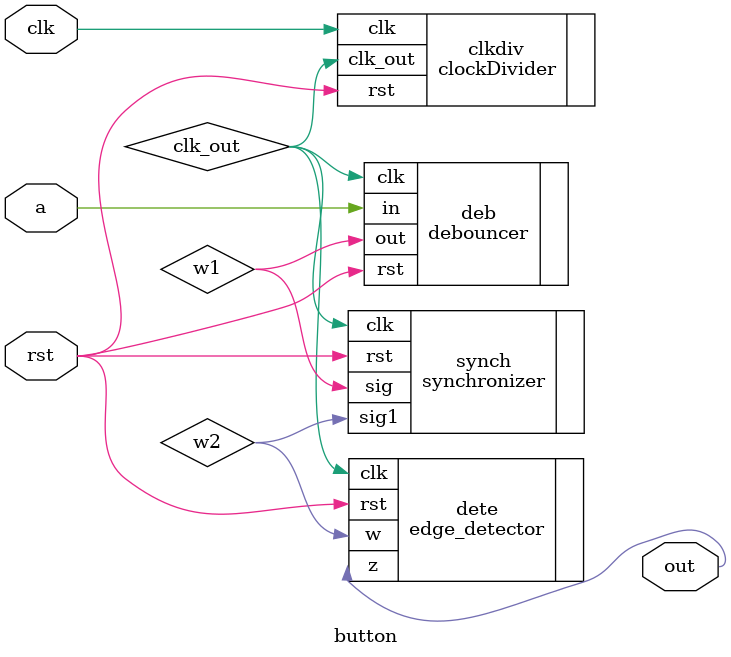
<source format=v>
`timescale 1ns / 1ps


module button(
input clk, rst, a, output out
    );
    wire w2;
    wire w1;
    wire clk_out; 
    clockDivider #(500000) clkdiv(.clk(clk), .rst(rst), .clk_out(clk_out));
    debouncer deb (.clk(clk_out), .rst(rst), .in(a), .out(w1));
    synchronizer synch(.clk(clk_out),.sig(w1), .rst(rst), .sig1(w2)); 
    edge_detector dete(.clk(clk_out), .rst(rst), .w(w2), .z(out));
endmodule
</source>
